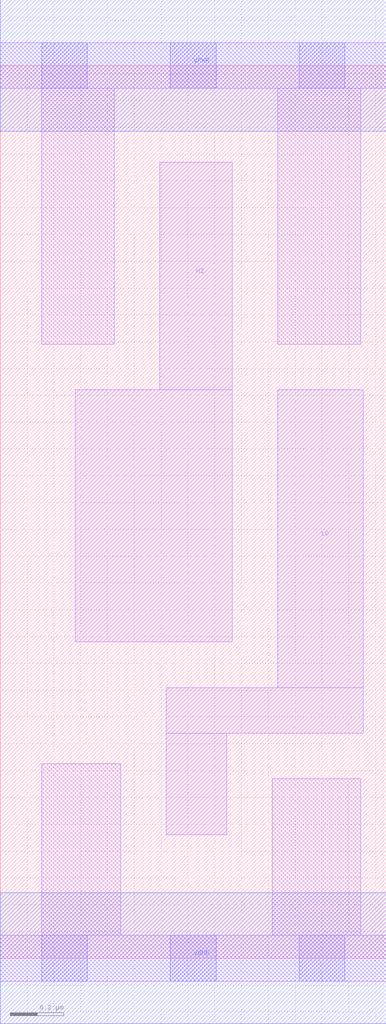
<source format=lef>
# Copyright 2020 The SkyWater PDK Authors
#
# Licensed under the Apache License, Version 2.0 (the "License");
# you may not use this file except in compliance with the License.
# You may obtain a copy of the License at
#
#     https://www.apache.org/licenses/LICENSE-2.0
#
# Unless required by applicable law or agreed to in writing, software
# distributed under the License is distributed on an "AS IS" BASIS,
# WITHOUT WARRANTIES OR CONDITIONS OF ANY KIND, either express or implied.
# See the License for the specific language governing permissions and
# limitations under the License.
#
# SPDX-License-Identifier: Apache-2.0

VERSION 5.7 ;
  NAMESCASESENSITIVE ON ;
  NOWIREEXTENSIONATPIN ON ;
  DIVIDERCHAR "/" ;
  BUSBITCHARS "[]" ;
UNITS
  DATABASE MICRONS 200 ;
END UNITS
MACRO sky130_fd_sc_lp__conb_0
  CLASS CORE ;
  SOURCE USER ;
  FOREIGN sky130_fd_sc_lp__conb_0 ;
  ORIGIN  0.000000  0.000000 ;
  SIZE  1.440000 BY  3.330000 ;
  SYMMETRY X Y R90 ;
  SITE unit ;
  PIN HI
    ANTENNADIFFAREA  0.179200 ;
    ANTENNAGATEAREA  0.159000 ;
    DIRECTION OUTPUT ;
    USE SIGNAL ;
    PORT
      LAYER li1 ;
        RECT 0.280000 1.180000 0.865000 2.120000 ;
        RECT 0.595000 2.120000 0.865000 2.970000 ;
    END
  END HI
  PIN LO
    ANTENNADIFFAREA  0.117600 ;
    ANTENNAGATEAREA  0.159000 ;
    DIRECTION OUTPUT ;
    USE SIGNAL ;
    PORT
      LAYER li1 ;
        RECT 0.620000 0.460000 0.845000 0.840000 ;
        RECT 0.620000 0.840000 1.355000 1.010000 ;
        RECT 1.035000 1.010000 1.355000 2.120000 ;
    END
  END LO
  PIN VGND
    DIRECTION INOUT ;
    USE GROUND ;
    PORT
      LAYER met1 ;
        RECT 0.000000 -0.245000 1.440000 0.245000 ;
    END
  END VGND
  PIN VPWR
    DIRECTION INOUT ;
    USE POWER ;
    PORT
      LAYER met1 ;
        RECT 0.000000 3.085000 1.440000 3.575000 ;
    END
  END VPWR
  OBS
    LAYER li1 ;
      RECT 0.000000 -0.085000 1.440000 0.085000 ;
      RECT 0.000000  3.245000 1.440000 3.415000 ;
      RECT 0.155000  0.085000 0.450000 0.725000 ;
      RECT 0.155000  2.290000 0.425000 3.245000 ;
      RECT 1.015000  0.085000 1.345000 0.670000 ;
      RECT 1.035000  2.290000 1.345000 3.245000 ;
    LAYER mcon ;
      RECT 0.155000 -0.085000 0.325000 0.085000 ;
      RECT 0.155000  3.245000 0.325000 3.415000 ;
      RECT 0.635000 -0.085000 0.805000 0.085000 ;
      RECT 0.635000  3.245000 0.805000 3.415000 ;
      RECT 1.115000 -0.085000 1.285000 0.085000 ;
      RECT 1.115000  3.245000 1.285000 3.415000 ;
  END
END sky130_fd_sc_lp__conb_0

</source>
